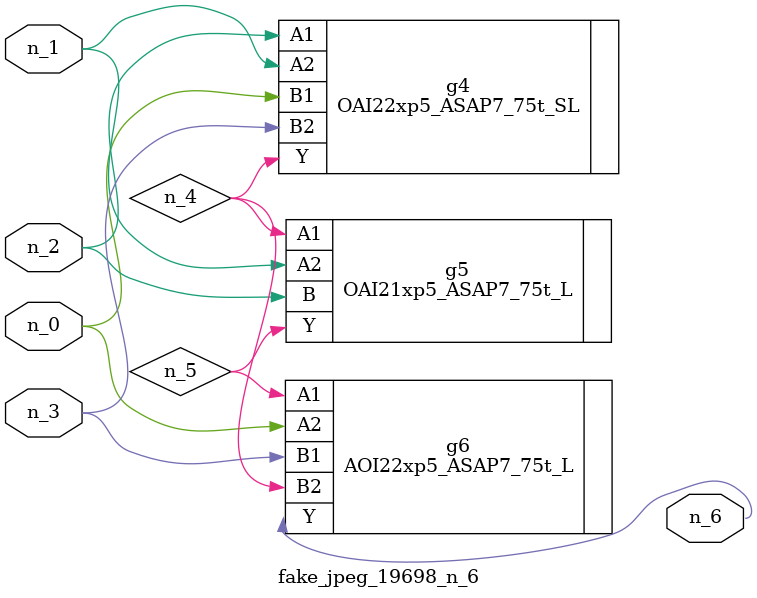
<source format=v>
module fake_jpeg_19698_n_6 (n_0, n_3, n_2, n_1, n_6);

input n_0;
input n_3;
input n_2;
input n_1;

output n_6;

wire n_4;
wire n_5;

OAI22xp5_ASAP7_75t_SL g4 ( 
.A1(n_2),
.A2(n_1),
.B1(n_0),
.B2(n_3),
.Y(n_4)
);

OAI21xp5_ASAP7_75t_L g5 ( 
.A1(n_4),
.A2(n_1),
.B(n_2),
.Y(n_5)
);

AOI22xp5_ASAP7_75t_L g6 ( 
.A1(n_5),
.A2(n_0),
.B1(n_3),
.B2(n_4),
.Y(n_6)
);


endmodule
</source>
